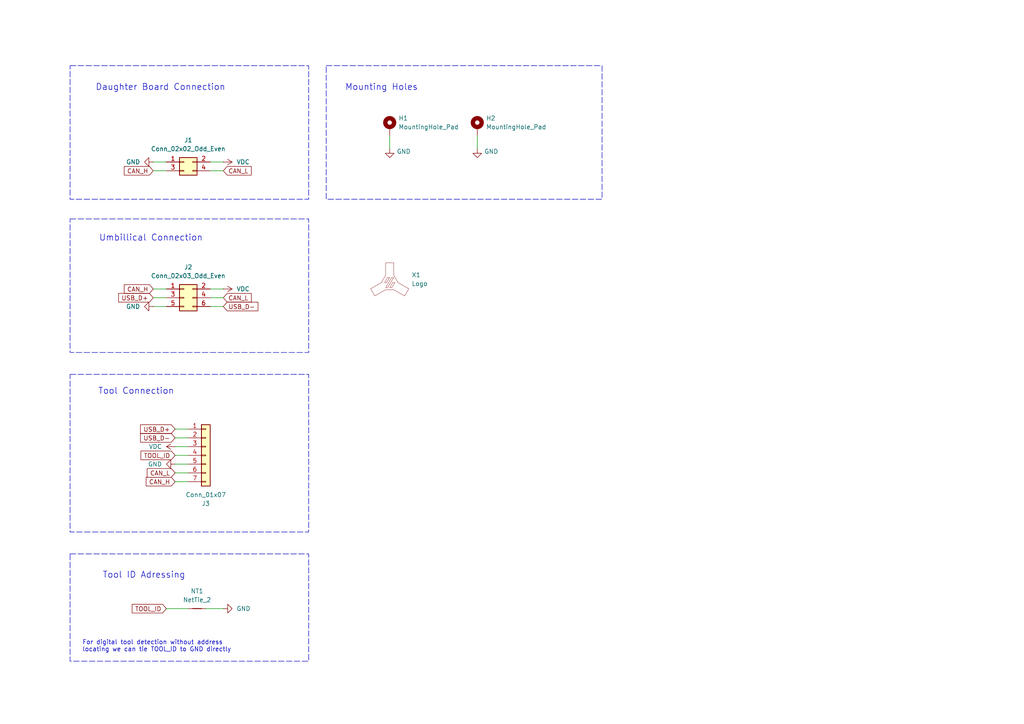
<source format=kicad_sch>
(kicad_sch (version 20250114) (generator "eeschema") (generator_version "9.0")
  (paper "A4")
  (lib_symbols
    (symbol "Connector_Generic:Conn_01x07" (pin_names (offset 1.016) (hide yes))
      (property "Reference" "J" (at 0 10.16 0))
      (property "Value" "Conn_01x07" (at 0 -10.16 0))
      (symbol "Conn_01x07_1_1"
        (rectangle (start -1.27 8.89) (end 1.27 -8.89) (stroke (width 0.254)) (fill (type background)))
        (rectangle (start -1.27 7.747) (end 0 7.493) (stroke (width 0.1524)))
        (rectangle (start -1.27 5.207) (end 0 4.953) (stroke (width 0.1524)))
        (rectangle (start -1.27 2.667) (end 0 2.413) (stroke (width 0.1524)))
        (rectangle (start -1.27 0.127) (end 0 -0.127) (stroke (width 0.1524)))
        (rectangle (start -1.27 -2.413) (end 0 -2.667) (stroke (width 0.1524)))
        (rectangle (start -1.27 -4.953) (end 0 -5.207) (stroke (width 0.1524)))
        (rectangle (start -1.27 -7.493) (end 0 -7.747) (stroke (width 0.1524)))
        (pin passive line (at -5.08 7.62 0) (length 3.81) (name "Pin_1") (number "1"))
        (pin passive line (at -5.08 5.08 0) (length 3.81) (name "Pin_2") (number "2"))
        (pin passive line (at -5.08 2.54 0) (length 3.81) (name "Pin_3") (number "3"))
        (pin passive line (at -5.08 0 0) (length 3.81) (name "Pin_4") (number "4"))
        (pin passive line (at -5.08 -2.54 0) (length 3.81) (name "Pin_5") (number "5"))
        (pin passive line (at -5.08 -5.08 0) (length 3.81) (name "Pin_6") (number "6"))
        (pin passive line (at -5.08 -7.62 0) (length 3.81) (name "Pin_7") (number "7"))
      )
    )
    (symbol "Connector_Generic:Conn_02x02_Odd_Even" (pin_names (offset 1.016) (hide yes))
      (property "Reference" "J" (at 1.27 2.54 0))
      (property "Value" "Conn_02x02_Odd_Even" (at 1.27 -5.08 0))
      (symbol "Conn_02x02_Odd_Even_1_1"
        (rectangle (start -1.27 1.27) (end 3.81 -3.81) (stroke (width 0.254)) (fill (type background)))
        (rectangle (start -1.27 0.127) (end 0 -0.127) (stroke (width 0.1524)))
        (rectangle (start -1.27 -2.413) (end 0 -2.667) (stroke (width 0.1524)))
        (rectangle (start 3.81 0.127) (end 2.54 -0.127) (stroke (width 0.1524)))
        (rectangle (start 3.81 -2.413) (end 2.54 -2.667) (stroke (width 0.1524)))
        (pin passive line (at -5.08 0 0) (length 3.81) (name "Pin_1") (number "1"))
        (pin passive line (at -5.08 -2.54 0) (length 3.81) (name "Pin_3") (number "3"))
        (pin passive line (at 7.62 0 180) (length 3.81) (name "Pin_2") (number "2"))
        (pin passive line (at 7.62 -2.54 180) (length 3.81) (name "Pin_4") (number "4"))
      )
    )
    (symbol "Connector_Generic:Conn_02x03_Odd_Even" (pin_names (offset 1.016) (hide yes))
      (property "Reference" "J" (at 1.27 5.08 0))
      (property "Value" "Conn_02x03_Odd_Even" (at 1.27 -5.08 0))
      (symbol "Conn_02x03_Odd_Even_1_1"
        (rectangle (start -1.27 3.81) (end 3.81 -3.81) (stroke (width 0.254)) (fill (type background)))
        (rectangle (start -1.27 2.667) (end 0 2.413) (stroke (width 0.1524)))
        (rectangle (start -1.27 0.127) (end 0 -0.127) (stroke (width 0.1524)))
        (rectangle (start -1.27 -2.413) (end 0 -2.667) (stroke (width 0.1524)))
        (rectangle (start 3.81 2.667) (end 2.54 2.413) (stroke (width 0.1524)))
        (rectangle (start 3.81 0.127) (end 2.54 -0.127) (stroke (width 0.1524)))
        (rectangle (start 3.81 -2.413) (end 2.54 -2.667) (stroke (width 0.1524)))
        (pin passive line (at -5.08 2.54 0) (length 3.81) (name "Pin_1") (number "1"))
        (pin passive line (at -5.08 0 0) (length 3.81) (name "Pin_3") (number "3"))
        (pin passive line (at -5.08 -2.54 0) (length 3.81) (name "Pin_5") (number "5"))
        (pin passive line (at 7.62 2.54 180) (length 3.81) (name "Pin_2") (number "2"))
        (pin passive line (at 7.62 0 180) (length 3.81) (name "Pin_4") (number "4"))
        (pin passive line (at 7.62 -2.54 180) (length 3.81) (name "Pin_6") (number "6"))
      )
    )
    (symbol "Device:NetTie_2" (pin_numbers (hide yes)) (pin_names (offset 0) (hide yes)) (in_bom no)
      (property "Reference" "NT" (at 0 1.27 0))
      (property "Value" "NetTie_2" (at 0 -1.27 0))
      (symbol "NetTie_2_0_1"
        (polyline (pts (xy -1.27 0) (xy 1.27 0)) (stroke (width 0.254)))
      )
      (symbol "NetTie_2_1_1"
        (pin passive line (at -2.54 0 0) (length 2.54) (name "1") (number "1"))
        (pin passive line (at 2.54 0 180) (length 2.54) (name "2") (number "2"))
      )
    )
    (symbol "Mechanical:MountingHole_Pad" (pin_numbers (hide yes)) (pin_names (offset 1.016) (hide yes)) (in_bom no)
      (property "Reference" "H" (at 0 6.35 0))
      (property "Value" "MountingHole_Pad" (at 0 4.445 0))
      (symbol "MountingHole_Pad_0_1"
        (circle (center 0 1.27) (radius 1.27) (stroke (width 1.27)))
      )
      (symbol "MountingHole_Pad_1_1"
        (pin input line (at 0 -2.54 90) (length 2.54) (name "1") (number "1"))
      )
    )
    (symbol "Vortac:VORTAC_Logo"
      (property "Reference" "X" (at 3.556 3.556 0))
      (property "Value" "Logo" (at 3.302 1.524 0))
      (symbol "VORTAC_Logo_1_0"
        (polyline (pts (xy -5.4064 -2.4058) (xy -2.4 -0.67)) (stroke (width 0.0571)))
        (arc (start -5.4613 -2.6107) (mid -5.4763 -2.4969) (end -5.4064 -2.4058) (stroke (width 0.0571)))
        (polyline (pts (xy -4.4113 -4.4293) (xy -5.4613 -2.6107)) (stroke (width 0.0571)))
        (arc (start -4.2064 -4.4842) (mid -4.3202 -4.4992) (end -4.4113 -4.4293) (stroke (width 0.0571)))
        (polyline (pts (xy -1.4625 -0.67) (xy -0.6181 0.7925)) (stroke (width 0.0571)))
        (polyline (pts (xy -1.2 4.88) (xy -1.2 1.4085)) (stroke (width 0.0571)))
        (polyline (pts (xy -1.2 1.4085) (xy -2.4 -0.67)) (stroke (width 0.0571)))
        (polyline (pts (xy -1.2 -2.7485) (xy -4.2064 -4.4842)) (stroke (width 0.0571)))
        (polyline (pts (xy -1.2 -2.7485) (xy 1.2 -2.7485)) (stroke (width 0.0571)))
        (polyline (pts (xy -1.1369 -2.1325) (xy -0.5519 -2.1325)) (stroke (width 0.0571)))
        (arc (start -1.2 4.88) (mid -1.1561 4.9861) (end -1.05 5.03) (stroke (width 0.0571)))
        (polyline (pts (xy -0.8775 -0.67) (xy -1.4625 -0.67)) (stroke (width 0.0571)))
        (polyline (pts (xy -0.6181 0.7925) (xy -0.0331 0.7925)) (stroke (width 0.0571)))
        (polyline (pts (xy -0.5519 -2.1325) (xy 1.1369 0.7925)) (stroke (width 0.0571)))
        (polyline (pts (xy -0.0331 0.7925) (xy -0.8775 -0.67)) (stroke (width 0.0571)))
        (polyline (pts (xy -0.0331 0.7925) (xy -0.0516 0.7925)) (stroke (width 0.0571)))
        (polyline (pts (xy 0.0331 -2.1325) (xy 0.8775 -0.67)) (stroke (width 0.0571)))
        (polyline (pts (xy 0.5519 0.7925) (xy -1.1369 -2.1325)) (stroke (width 0.0571)))
        (polyline (pts (xy 0.6181 -2.1325) (xy 0.0331 -2.1325)) (stroke (width 0.0571)))
        (polyline (pts (xy 0.8775 -0.67) (xy 1.4625 -0.67)) (stroke (width 0.0571)))
        (polyline (pts (xy 1.05 5.03) (xy -1.05 5.03)) (stroke (width 0.0571)))
        (arc (start 1.05 5.03) (mid 1.1561 4.9861) (end 1.2 4.88) (stroke (width 0.0571)))
        (polyline (pts (xy 1.1369 0.7925) (xy 0.5519 0.7925)) (stroke (width 0.0571)))
        (polyline (pts (xy 1.2 1.4085) (xy 1.2 4.88)) (stroke (width 0.0571)))
        (polyline (pts (xy 1.4625 -0.67) (xy 0.6181 -2.1325)) (stroke (width 0.0571)))
        (polyline (pts (xy 2.4 -0.67) (xy 1.2 1.4085)) (stroke (width 0.0571)))
        (polyline (pts (xy 2.4 -0.67) (xy 5.4064 -2.4058)) (stroke (width 0.0571)))
        (polyline (pts (xy 4.2064 -4.4842) (xy 1.2 -2.7485)) (stroke (width 0.0571)))
        (arc (start 4.4113 -4.4293) (mid 4.3199 -4.4981) (end 4.2064 -4.4842) (stroke (width 0.0571)))
        (arc (start 5.4064 -2.4058) (mid 5.4763 -2.4969) (end 5.4613 -2.6107) (stroke (width 0.0571)))
        (polyline (pts (xy 5.4613 -2.6107) (xy 4.4113 -4.4293)) (stroke (width 0.0571)))
      )
    )
    (symbol "power:GND" (power) (pin_numbers (hide yes)) (pin_names (offset 0) (hide yes))
      (property "Value" "GND" (at 0 -3.81 0))
      (symbol "GND_0_1"
        (polyline (pts (xy 0 0) (xy 0 -1.27) (xy 1.27 -1.27) (xy 0 -2.54) (xy -1.27 -1.27) (xy 0 -1.27)))
      )
      (symbol "GND_1_1"
        (pin power_in line (at 0 0 270) (length 0) (name "~") (number "1"))
      )
    )
    (symbol "power:VDC" (power) (pin_numbers (hide yes)) (pin_names (offset 0) (hide yes))
      (property "Value" "VDC" (at 0 3.556 0))
      (symbol "VDC_0_1"
        (polyline (pts (xy -0.762 1.27) (xy 0 2.54)))
        (polyline (pts (xy 0 2.54) (xy 0.762 1.27)))
        (polyline (pts (xy 0 0) (xy 0 2.54)))
      )
      (symbol "VDC_1_1"
        (pin power_in line (at 0 0 90) (length 0) (name "~") (number "1"))
      )
    )
  )
  (rectangle (start 94.615 19.05) (end 174.625 57.785) (stroke (width 0) (type dash)))
  (rectangle (start 20.32 19.05) (end 89.535 57.785) (stroke (width 0) (type dash)))
  (rectangle (start 20.32 160.655) (end 89.535 191.77) (stroke (width 0) (type dash)))
  (rectangle (start 20.32 63.5) (end 89.535 102.235) (stroke (width 0) (type dash)))
  (rectangle (start 20.32 108.585) (end 89.535 154.305) (stroke (width 0) (type dash)))
  (text "Daughter Board Connection" (at 27.686 25.4 0) (effects (font (size 1.8034 1.8034)) (justify left)))
  (text "Mounting Holes" (at 100.076 25.4 0) (effects (font (size 1.8034 1.8034)) (justify left)))
  (text "Umbillical Connection" (at 28.702 69.088 0) (effects (font (size 1.8034 1.8034)) (justify left)))
  (text "For digital tool detection without address\nlocating we can tie TOOL_ID to GND directly" (at 23.876 187.452 0) (effects (font (size 1.27 1.27)) (justify left)))
  (text "Tool Connection" (at 28.448 113.538 0) (effects (font (size 1.8034 1.8034)) (justify left)))
  (text "Tool ID Adressing" (at 29.718 166.878 0) (effects (font (size 1.8034 1.8034)) (justify left)))
  (wire (pts (xy 44.45 86.36) (xy 48.26 86.36)))
  (wire (pts (xy 59.69 176.53) (xy 64.77 176.53)))
  (wire (pts (xy 113.03 43.18) (xy 113.03 39.37)))
  (wire (pts (xy 50.8 139.7) (xy 54.61 139.7)))
  (wire (pts (xy 64.77 86.36) (xy 60.96 86.36)))
  (wire (pts (xy 50.8 132.08) (xy 54.61 132.08)))
  (wire (pts (xy 50.8 137.16) (xy 54.61 137.16)))
  (wire (pts (xy 64.77 49.53) (xy 60.96 49.53)))
  (wire (pts (xy 64.77 83.82) (xy 60.96 83.82)))
  (wire (pts (xy 44.45 83.82) (xy 48.26 83.82)))
  (wire (pts (xy 54.61 127) (xy 50.8 127)))
  (wire (pts (xy 44.45 88.9) (xy 48.26 88.9)))
  (wire (pts (xy 64.77 88.9) (xy 60.96 88.9)))
  (wire (pts (xy 50.8 124.46) (xy 54.61 124.46)))
  (wire (pts (xy 48.26 176.53) (xy 54.61 176.53)))
  (wire (pts (xy 138.43 39.37) (xy 138.43 43.18)))
  (wire (pts (xy 60.96 46.99) (xy 64.77 46.99)))
  (wire (pts (xy 50.8 129.54) (xy 54.61 129.54)))
  (wire (pts (xy 50.8 134.62) (xy 54.61 134.62)))
  (wire (pts (xy 44.45 49.53) (xy 48.26 49.53)))
  (wire (pts (xy 44.45 46.99) (xy 48.26 46.99)))
  (global_label "CAN_H" (shape input) (at 44.45 49.53 180) (property "Intersheetrefs" "${INTERSHEET_REFS}" (effects (hide yes))))
  (global_label "CAN_H" (shape input) (at 44.45 83.82 180) (property "Intersheetrefs" "${INTERSHEET_REFS}" (effects (hide yes))))
  (global_label "CAN_L" (shape input) (at 64.77 49.53 0) (property "Intersheetrefs" "${INTERSHEET_REFS}" (effects (hide yes))))
  (global_label "CAN_L" (shape input) (at 50.8 137.16 180) (property "Intersheetrefs" "${INTERSHEET_REFS}" (effects (hide yes))))
  (global_label "USB_D-" (shape input) (at 64.77 88.9 0) (property "Intersheetrefs" "${INTERSHEET_REFS}" (effects (hide yes))))
  (global_label "USB_D+" (shape input) (at 44.45 86.36 180) (property "Intersheetrefs" "${INTERSHEET_REFS}" (effects (hide yes))))
  (global_label "USB_D+" (shape input) (at 50.8 124.46 180) (property "Intersheetrefs" "${INTERSHEET_REFS}" (effects (hide yes))))
  (global_label "TOOL_ID" (shape input) (at 50.8 132.08 180) (property "Intersheetrefs" "${INTERSHEET_REFS}" (effects (hide yes))))
  (global_label "CAN_L" (shape input) (at 64.77 86.36 0) (property "Intersheetrefs" "${INTERSHEET_REFS}" (effects (hide yes))))
  (global_label "CAN_H" (shape input) (at 50.8 139.7 180) (property "Intersheetrefs" "${INTERSHEET_REFS}" (effects (hide yes))))
  (global_label "USB_D-" (shape input) (at 50.8 127 180) (property "Intersheetrefs" "${INTERSHEET_REFS}" (effects (hide yes))))
  (global_label "TOOL_ID" (shape input) (at 48.26 176.53 180) (property "Intersheetrefs" "${INTERSHEET_REFS}" (effects (hide yes))))
  (symbol (lib_id "Connector_Generic:Conn_02x02_Odd_Even") (at 53.34 46.99 0) (unit 1)
    (property "Reference" "J1" (at 54.61 40.64 0))
    (property "Value" "Conn_02x02_Odd_Even" (at 54.61 43.18 0))
    (property "Footprint" "Connector_PinSocket_2.54mm:PinSocket_2x02_P2.54mm_Vertical" (effects (hide yes)))
    (property "Description" "Generic connector, double row, 02x02, odd/even pin numbering scheme (row 1 odd numbers, row 2 even numbers), script generated (kicad-library-utils/schlib/autogen/connector/)" (effects (hide yes)))
    (property "LCSC" "C2840016" (effects (hide yes)))
  )
  (symbol (lib_id "power:GND") (at 138.43 43.18 0) (unit 1)
    (property "Reference" "#PWR08" (effects (hide yes)))
    (property "Value" "GND" (at 142.494 43.942 0))
    (property "Description" "Power symbol creates a global label with name \"GND\" , ground" (effects (hide yes)))
  )
  (symbol (lib_id "power:VDC") (at 64.77 46.99 270) (unit 1)
    (property "Reference" "#PWR02" (effects (hide yes)))
    (property "Value" "VDC" (at 68.58 46.9899 90) (effects (justify left)))
    (property "Description" "Power symbol creates a global label with name \"VDC\"" (effects (hide yes)))
  )
  (symbol (lib_id "power:GND") (at 113.03 43.18 0) (unit 1)
    (property "Reference" "#PWR09" (effects (hide yes)))
    (property "Value" "GND" (at 117.094 43.942 0))
    (property "Description" "Power symbol creates a global label with name \"GND\" , ground" (effects (hide yes)))
  )
  (symbol (lib_id "power:GND") (at 64.77 176.53 90) (unit 1)
    (property "Reference" "#PWR07" (effects (hide yes)))
    (property "Value" "GND" (at 68.58 176.5299 90) (effects (justify right)))
    (property "Description" "Power symbol creates a global label with name \"GND\" , ground" (effects (hide yes)))
  )
  (symbol (lib_id "power:GND") (at 44.45 46.99 270) (unit 1)
    (property "Reference" "#PWR01" (effects (hide yes)))
    (property "Value" "GND" (at 38.608 46.99 90))
    (property "Description" "Power symbol creates a global label with name \"GND\" , ground" (effects (hide yes)))
  )
  (symbol (lib_id "Vortac:VORTAC_Logo") (at 113.03 81.28 0) (unit 1)
    (property "Reference" "X1" (at 119.38 79.747 0) (effects (justify left)))
    (property "Value" "Logo" (at 119.38 82.287 0) (effects (justify left)))
    (property "Footprint" "Vortac:VORTAC_Logo_Gold" (effects (hide yes)))
  )
  (symbol (lib_id "power:GND") (at 44.45 88.9 270) (unit 1)
    (property "Reference" "#PWR04" (effects (hide yes)))
    (property "Value" "GND" (at 40.64 88.8999 90) (effects (justify right)))
    (property "Description" "Power symbol creates a global label with name \"GND\" , ground" (effects (hide yes)))
  )
  (symbol (lib_id "Mechanical:MountingHole_Pad") (at 113.03 36.83 0) (unit 1) (in_bom no)
    (property "Reference" "H1" (at 115.57 34.2899 0) (effects (justify left)))
    (property "Value" "MountingHole_Pad" (at 115.57 36.8299 0) (effects (justify left)))
    (property "Footprint" "Vortac:MountingHole_2.2mm_M2_Pad_Via_NTR" (effects (hide yes)))
    (property "Description" "Mounting Hole with connection" (effects (hide yes)))
  )
  (symbol (lib_id "Mechanical:MountingHole_Pad") (at 138.43 36.83 0) (unit 1) (in_bom no)
    (property "Reference" "H2" (at 140.97 34.2899 0) (effects (justify left)))
    (property "Value" "MountingHole_Pad" (at 140.97 36.8299 0) (effects (justify left)))
    (property "Footprint" "Vortac:MountingHole_2.2mm_M2_Pad_Via_NTR" (effects (hide yes)))
    (property "Description" "Mounting Hole with connection" (effects (hide yes)))
  )
  (symbol (lib_id "power:VDC") (at 50.8 129.54 90) (unit 1)
    (property "Reference" "#PWR05" (effects (hide yes)))
    (property "Value" "VDC" (at 46.99 129.5401 90) (effects (justify left)))
    (property "Description" "Power symbol creates a global label with name \"VDC\"" (effects (hide yes)))
  )
  (symbol (lib_id "power:VDC") (at 64.77 83.82 270) (unit 1)
    (property "Reference" "#PWR03" (effects (hide yes)))
    (property "Value" "VDC" (at 68.58 83.8199 90) (effects (justify left)))
    (property "Description" "Power symbol creates a global label with name \"VDC\"" (effects (hide yes)))
  )
  (symbol (lib_id "Connector_Generic:Conn_01x07") (at 59.69 132.08 0) (unit 1)
    (property "Reference" "J3" (at 59.69 146.05 0))
    (property "Value" "Conn_01x07" (at 59.69 143.51 0))
    (property "Footprint" "Vortac:mill-max-0881-1-15-20-82-14-11-0_LandingPads_Simple" (effects (hide yes)))
    (property "Description" "Generic connector, single row, 01x07, script generated (kicad-library-utils/schlib/autogen/connector/)" (effects (hide yes)))
  )
  (symbol (lib_id "Connector_Generic:Conn_02x03_Odd_Even") (at 53.34 86.36 0) (unit 1)
    (property "Reference" "J2" (at 54.61 77.47 0))
    (property "Value" "Conn_02x03_Odd_Even" (at 54.61 80.01 0))
    (property "Footprint" "Vortac:Molex_Micro-Fit_3.0_43045-0612_2x03_P3.00mm_Vertical" (effects (hide yes)))
    (property "Description" "Generic connector, double row, 02x03, odd/even pin numbering scheme (row 1 odd numbers, row 2 even numbers), script generated (kicad-library-utils/schlib/autogen/connector/)" (effects (hide yes)))
    (property "LCSC" "C234188" (effects (hide yes)))
  )
  (symbol (lib_id "Device:NetTie_2") (at 57.15 176.53 0) (unit 1) (in_bom no)
    (property "Reference" "NT1" (at 57.15 171.45 0))
    (property "Value" "NetTie_2" (at 57.15 173.99 0))
    (property "Footprint" "NetTie:NetTie-2_SMD_Pad0.5mm" (effects (hide yes)))
    (property "Description" "Net tie, 2 pins" (effects (hide yes)))
  )
  (symbol (lib_id "power:GND") (at 50.8 134.62 270) (unit 1)
    (property "Reference" "#PWR06" (effects (hide yes)))
    (property "Value" "GND" (at 46.99 134.6201 90) (effects (justify right)))
    (property "Description" "Power symbol creates a global label with name \"GND\" , ground" (effects (hide yes)))
  )
)
</source>
